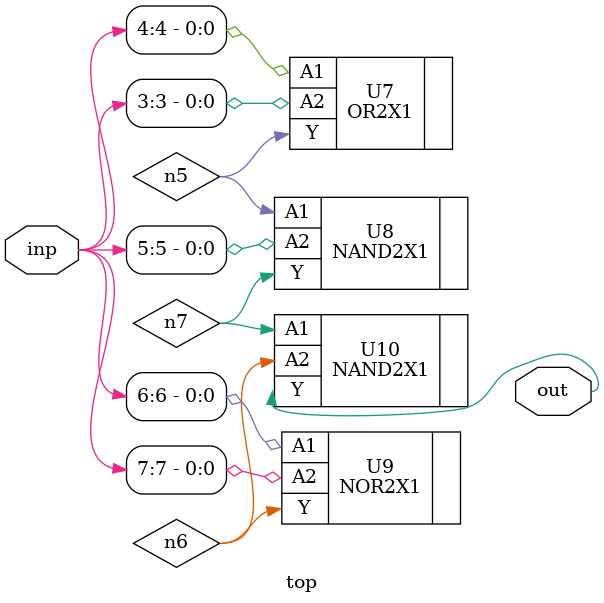
<source format=sv>


module top ( inp, out );
  input [7:0] inp;
  output out;
  wire   n5, n6, n7;

  OR2X1 U7 ( .A1(inp[4]), .A2(inp[3]), .Y(n5) );
  NAND2X1 U8 ( .A1(n5), .A2(inp[5]), .Y(n7) );
  NOR2X1 U9 ( .A1(inp[6]), .A2(inp[7]), .Y(n6) );
  NAND2X1 U10 ( .A1(n7), .A2(n6), .Y(out) );
endmodule


</source>
